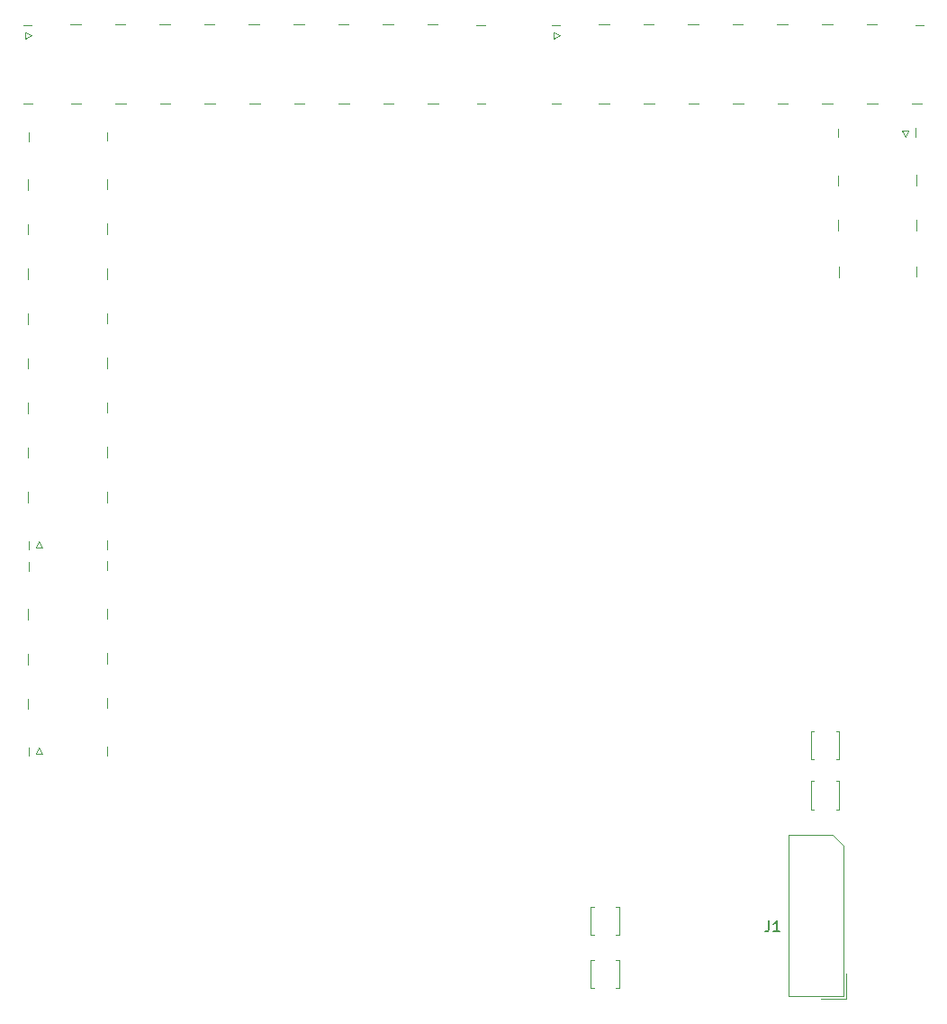
<source format=gto>
G04 #@! TF.GenerationSoftware,KiCad,Pcbnew,7.0.5*
G04 #@! TF.CreationDate,2024-02-01T10:21:26+03:00*
G04 #@! TF.ProjectId,hellen1-uaefi,68656c6c-656e-4312-9d75-616566692e6b,rev?*
G04 #@! TF.SameCoordinates,PX55d4a80PY8f0d180*
G04 #@! TF.FileFunction,Legend,Top*
G04 #@! TF.FilePolarity,Positive*
%FSLAX46Y46*%
G04 Gerber Fmt 4.6, Leading zero omitted, Abs format (unit mm)*
G04 Created by KiCad (PCBNEW 7.0.5) date 2024-02-01 10:21:26*
%MOMM*%
%LPD*%
G01*
G04 APERTURE LIST*
%ADD10C,0.150000*%
%ADD11C,0.120000*%
G04 APERTURE END LIST*
D10*
G04 #@! TO.C,J1*
X77966666Y7495181D02*
X77966666Y6780896D01*
X77966666Y6780896D02*
X77919047Y6638039D01*
X77919047Y6638039D02*
X77823809Y6542800D01*
X77823809Y6542800D02*
X77680952Y6495181D01*
X77680952Y6495181D02*
X77585714Y6495181D01*
X78966666Y6495181D02*
X78395238Y6495181D01*
X78680952Y6495181D02*
X78680952Y7495181D01*
X78680952Y7495181D02*
X78585714Y7352324D01*
X78585714Y7352324D02*
X78490476Y7257086D01*
X78490476Y7257086D02*
X78395238Y7209467D01*
D11*
X82825126Y140000D02*
X85235126Y140000D01*
X85235126Y140000D02*
X85235126Y2550000D01*
X79815126Y440000D02*
X84935126Y440000D01*
X84935126Y440000D02*
X84935126Y14560000D01*
X84935126Y14560000D02*
X83935126Y15560000D01*
X79815126Y15560000D02*
X79815126Y440000D01*
X83935126Y15560000D02*
X79815126Y15560000D01*
G04 #@! TO.C,BRD1*
X8025126Y91025000D02*
X8625126Y90725000D01*
X8025126Y90425000D02*
X8025126Y91025000D01*
X8300126Y76210000D02*
X8300126Y77190000D01*
X8300126Y72010000D02*
X8300126Y72990000D01*
X8300126Y67810000D02*
X8300126Y68790000D01*
X8300126Y63610000D02*
X8300126Y64590000D01*
X8300126Y59410000D02*
X8300126Y60390000D01*
X8300126Y55210000D02*
X8300126Y56190000D01*
X8300126Y51010000D02*
X8300126Y51990000D01*
X8300126Y46810000D02*
X8300126Y47790000D01*
X8300126Y35810000D02*
X8300126Y36790000D01*
X8300126Y31610000D02*
X8300126Y32590000D01*
X8300126Y27410000D02*
X8300126Y28390000D01*
X8310126Y80800000D02*
X8310126Y81610000D01*
X8310126Y43200000D02*
X8310126Y42390000D01*
X8310126Y40400000D02*
X8310126Y41210000D01*
X8310126Y23800000D02*
X8310126Y22990000D01*
X8625126Y91715000D02*
X7815126Y91715000D01*
X8625126Y90725000D02*
X8025126Y90425000D01*
X8677290Y84326098D02*
X7867290Y84326098D01*
X9000126Y42600000D02*
X9300126Y43200000D01*
X9000126Y23200000D02*
X9300126Y23800000D01*
X9300126Y43200000D02*
X9600126Y42600000D01*
X9300126Y23800000D02*
X9600126Y23200000D01*
X9600126Y42600000D02*
X9000126Y42600000D01*
X9600126Y23200000D02*
X9000126Y23200000D01*
X12235126Y91725000D02*
X13215126Y91725000D01*
X12287290Y84336098D02*
X13267290Y84336098D01*
X15688963Y35863539D02*
X15688963Y36843539D01*
X15688963Y31663539D02*
X15688963Y32643539D01*
X15688963Y27463539D02*
X15688963Y28443539D01*
X15689060Y76236065D02*
X15689060Y77216065D01*
X15689060Y72036065D02*
X15689060Y73016065D01*
X15689060Y67836065D02*
X15689060Y68816065D01*
X15689060Y63636065D02*
X15689060Y64616065D01*
X15689060Y59436065D02*
X15689060Y60416065D01*
X15689060Y55236065D02*
X15689060Y56216065D01*
X15689060Y51036065D02*
X15689060Y52016065D01*
X15689060Y46836065D02*
X15689060Y47816065D01*
X15698963Y40453539D02*
X15698963Y41263539D01*
X15698963Y23853539D02*
X15698963Y23043539D01*
X15699060Y80826065D02*
X15699060Y81636065D01*
X15699060Y43226065D02*
X15699060Y42416065D01*
X16435126Y91725000D02*
X17415126Y91725000D01*
X16487290Y84336098D02*
X17467290Y84336098D01*
X20635126Y91725000D02*
X21615126Y91725000D01*
X20687290Y84336098D02*
X21667290Y84336098D01*
X24835126Y91725000D02*
X25815126Y91725000D01*
X24887290Y84336098D02*
X25867290Y84336098D01*
X29035126Y91725000D02*
X30015126Y91725000D01*
X29087290Y84336098D02*
X30067290Y84336098D01*
X33235126Y91725000D02*
X34215126Y91725000D01*
X33287290Y84336098D02*
X34267290Y84336098D01*
X37435126Y91725000D02*
X38415126Y91725000D01*
X37487290Y84336098D02*
X38467290Y84336098D01*
X41635126Y91725000D02*
X42615126Y91725000D01*
X41687290Y84336098D02*
X42667290Y84336098D01*
X45835126Y91725000D02*
X46815126Y91725000D01*
X45887290Y84336098D02*
X46867290Y84336098D01*
X50425126Y91715000D02*
X51235126Y91715000D01*
X50477290Y84326098D02*
X51287290Y84326098D01*
X57725126Y91025000D02*
X58325126Y90725000D01*
X57725126Y90425000D02*
X57725126Y91025000D01*
X58325126Y91715000D02*
X57515126Y91715000D01*
X58325126Y90725000D02*
X57725126Y90425000D01*
X58363637Y84348254D02*
X57553637Y84348254D01*
X61195126Y8830000D02*
X61195126Y6170000D01*
X61195126Y3830000D02*
X61195126Y1170000D01*
X61489588Y6170000D02*
X61195126Y6170000D01*
X61489588Y1170000D02*
X61195126Y1170000D01*
X61500753Y8830000D02*
X61195126Y8830000D01*
X61500753Y3830000D02*
X61195126Y3830000D01*
X61935126Y91725000D02*
X62915126Y91725000D01*
X61973637Y84358254D02*
X62953637Y84358254D01*
X63549499Y6170000D02*
X63855126Y6170000D01*
X63549499Y1170000D02*
X63855126Y1170000D01*
X63560664Y8830000D02*
X63855126Y8830000D01*
X63560664Y3830000D02*
X63855126Y3830000D01*
X63855126Y6170000D02*
X63855126Y8830000D01*
X63855126Y1170000D02*
X63855126Y3830000D01*
X66135126Y91725000D02*
X67115126Y91725000D01*
X66173637Y84358254D02*
X67153637Y84358254D01*
X70335126Y91725000D02*
X71315126Y91725000D01*
X70373637Y84358254D02*
X71353637Y84358254D01*
X74535126Y91725000D02*
X75515126Y91725000D01*
X74573637Y84358254D02*
X75553637Y84358254D01*
X78735126Y91725000D02*
X79715126Y91725000D01*
X78773637Y84358254D02*
X79753637Y84358254D01*
X79815126Y15560000D02*
X79815126Y440000D01*
X79815126Y15560000D02*
X79815126Y440000D01*
X79815126Y440000D02*
X84935126Y440000D01*
X79815126Y440000D02*
X84935126Y440000D01*
X81895126Y25330000D02*
X81895126Y22670000D01*
X81895126Y20630000D02*
X81895126Y17970000D01*
X82189588Y22670000D02*
X81895126Y22670000D01*
X82189588Y17970000D02*
X81895126Y17970000D01*
X82200753Y25330000D02*
X81895126Y25330000D01*
X82200753Y20630000D02*
X81895126Y20630000D01*
X82825126Y140000D02*
X85235126Y140000D01*
X82825126Y140000D02*
X85235126Y140000D01*
X82935126Y91725000D02*
X83915126Y91725000D01*
X82973637Y84358254D02*
X83953637Y84358254D01*
X83935126Y15560000D02*
X79815126Y15560000D01*
X83935126Y15560000D02*
X79815126Y15560000D01*
X84249499Y22670000D02*
X84555126Y22670000D01*
X84249499Y17970000D02*
X84555126Y17970000D01*
X84260664Y25330000D02*
X84555126Y25330000D01*
X84260664Y20630000D02*
X84555126Y20630000D01*
X84470065Y81168005D02*
X84470065Y81978005D01*
X84480065Y77558005D02*
X84480065Y76578005D01*
X84480065Y73358005D02*
X84480065Y72378005D01*
X84503870Y68000193D02*
X84503870Y68980193D01*
X84555126Y22670000D02*
X84555126Y25330000D01*
X84555126Y17970000D02*
X84555126Y20630000D01*
X84935126Y14560000D02*
X83935126Y15560000D01*
X84935126Y14560000D02*
X83935126Y15560000D01*
X84935126Y440000D02*
X84935126Y14560000D01*
X84935126Y440000D02*
X84935126Y14560000D01*
X85235126Y140000D02*
X85235126Y2550000D01*
X85235126Y140000D02*
X85235126Y2550000D01*
X87135126Y91725000D02*
X88115126Y91725000D01*
X87173637Y84358254D02*
X88153637Y84358254D01*
X90483943Y81799710D02*
X91083943Y81799710D01*
X90783943Y81199710D02*
X90483943Y81799710D01*
X91083943Y81799710D02*
X90783943Y81199710D01*
X91373637Y84358254D02*
X92353637Y84358254D01*
X91725126Y91715000D02*
X92535126Y91715000D01*
X91773943Y81199710D02*
X91773943Y82009710D01*
X91783943Y77589710D02*
X91783943Y76609710D01*
X91783943Y73389710D02*
X91783943Y72409710D01*
X91807748Y68031898D02*
X91807748Y69011898D01*
G04 #@! TD*
M02*

</source>
